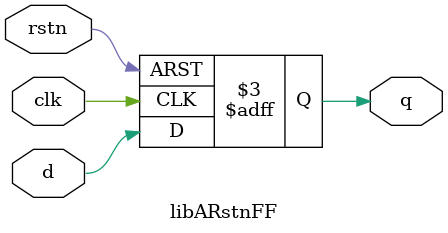
<source format=sv>
module libARstnFF #(parameter W = 1,
                    parameter I = 0) 
(
  input  logic clk,
  input  logic rstn,
  input  logic [W-1:0] d,
  output logic [W-1:0] q
);

always @(posedge clk or negedge rstn) begin
  if (~rstn) q <= I [W-1:0];
  else       q <= d;
end

endmodule

</source>
